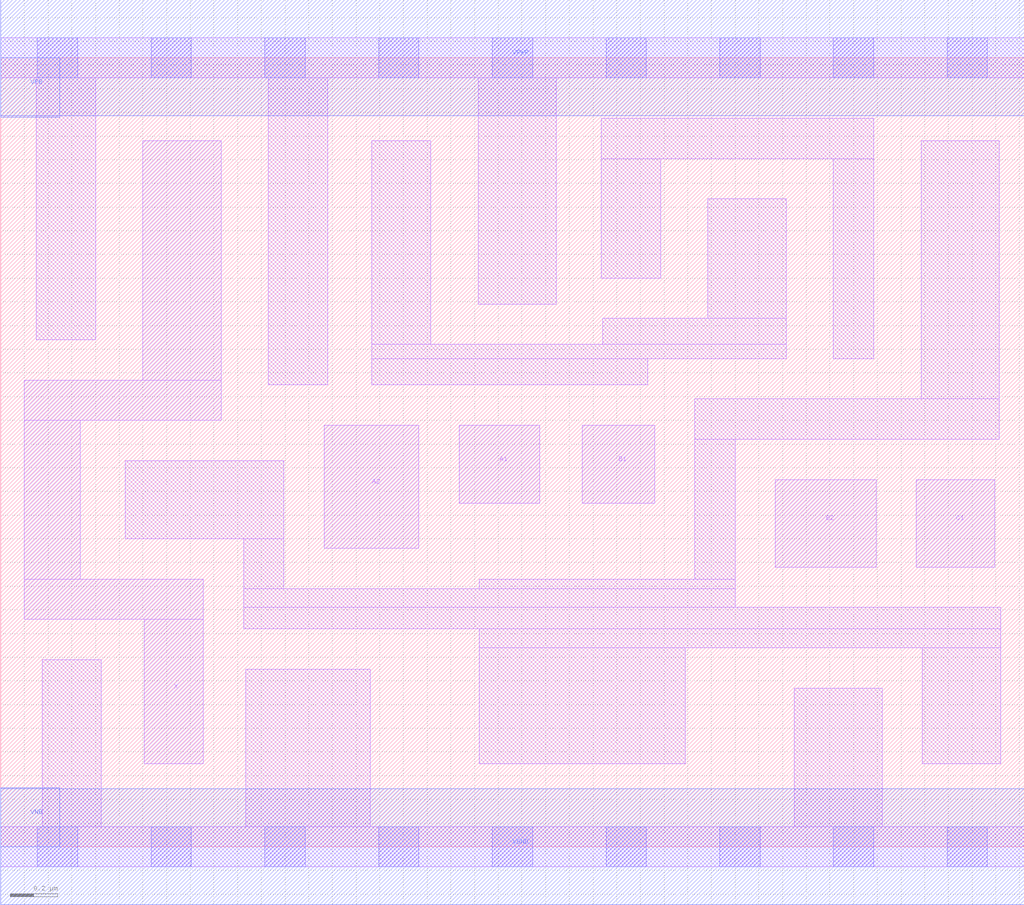
<source format=lef>
# Copyright 2020 The SkyWater PDK Authors
#
# Licensed under the Apache License, Version 2.0 (the "License");
# you may not use this file except in compliance with the License.
# You may obtain a copy of the License at
#
#     https://www.apache.org/licenses/LICENSE-2.0
#
# Unless required by applicable law or agreed to in writing, software
# distributed under the License is distributed on an "AS IS" BASIS,
# WITHOUT WARRANTIES OR CONDITIONS OF ANY KIND, either express or implied.
# See the License for the specific language governing permissions and
# limitations under the License.
#
# SPDX-License-Identifier: Apache-2.0

VERSION 5.5 ;
NAMESCASESENSITIVE ON ;
BUSBITCHARS "[]" ;
DIVIDERCHAR "/" ;
MACRO sky130_fd_sc_ms__a221o_2
  CLASS CORE ;
  SOURCE USER ;
  ORIGIN  0.000000  0.000000 ;
  SIZE  4.320000 BY  3.330000 ;
  SYMMETRY X Y ;
  SITE unit ;
  PIN A1
    ANTENNAGATEAREA  0.261000 ;
    DIRECTION INPUT ;
    USE SIGNAL ;
    PORT
      LAYER li1 ;
        RECT 1.935000 1.450000 2.275000 1.780000 ;
    END
  END A1
  PIN A2
    ANTENNAGATEAREA  0.261000 ;
    DIRECTION INPUT ;
    USE SIGNAL ;
    PORT
      LAYER li1 ;
        RECT 1.365000 1.260000 1.765000 1.780000 ;
    END
  END A2
  PIN B1
    ANTENNAGATEAREA  0.261000 ;
    DIRECTION INPUT ;
    USE SIGNAL ;
    PORT
      LAYER li1 ;
        RECT 2.455000 1.450000 2.760000 1.780000 ;
    END
  END B1
  PIN B2
    ANTENNAGATEAREA  0.261000 ;
    DIRECTION INPUT ;
    USE SIGNAL ;
    PORT
      LAYER li1 ;
        RECT 3.270000 1.180000 3.695000 1.550000 ;
    END
  END B2
  PIN C1
    ANTENNAGATEAREA  0.261000 ;
    DIRECTION INPUT ;
    USE SIGNAL ;
    PORT
      LAYER li1 ;
        RECT 3.865000 1.180000 4.195000 1.550000 ;
    END
  END C1
  PIN X
    ANTENNADIFFAREA  0.543200 ;
    DIRECTION OUTPUT ;
    USE SIGNAL ;
    PORT
      LAYER li1 ;
        RECT 0.100000 0.960000 0.855000 1.130000 ;
        RECT 0.100000 1.130000 0.335000 1.800000 ;
        RECT 0.100000 1.800000 0.930000 1.970000 ;
        RECT 0.600000 1.970000 0.930000 2.980000 ;
        RECT 0.605000 0.350000 0.855000 0.960000 ;
    END
  END X
  PIN VGND
    DIRECTION INOUT ;
    USE GROUND ;
    PORT
      LAYER met1 ;
        RECT 0.000000 -0.245000 4.320000 0.245000 ;
    END
  END VGND
  PIN VNB
    DIRECTION INOUT ;
    USE GROUND ;
    PORT
      LAYER met1 ;
        RECT 0.000000 0.000000 0.250000 0.250000 ;
    END
  END VNB
  PIN VPB
    DIRECTION INOUT ;
    USE POWER ;
    PORT
      LAYER met1 ;
        RECT 0.000000 3.080000 0.250000 3.330000 ;
    END
  END VPB
  PIN VPWR
    DIRECTION INOUT ;
    USE POWER ;
    PORT
      LAYER met1 ;
        RECT 0.000000 3.085000 4.320000 3.575000 ;
    END
  END VPWR
  OBS
    LAYER li1 ;
      RECT 0.000000 -0.085000 4.320000 0.085000 ;
      RECT 0.000000  3.245000 4.320000 3.415000 ;
      RECT 0.150000  2.140000 0.400000 3.245000 ;
      RECT 0.175000  0.085000 0.425000 0.790000 ;
      RECT 0.525000  1.300000 1.195000 1.630000 ;
      RECT 1.025000  0.920000 4.220000 1.010000 ;
      RECT 1.025000  1.010000 3.100000 1.090000 ;
      RECT 1.025000  1.090000 1.195000 1.300000 ;
      RECT 1.035000  0.085000 1.560000 0.750000 ;
      RECT 1.130000  1.950000 1.380000 3.245000 ;
      RECT 1.565000  1.950000 2.730000 2.060000 ;
      RECT 1.565000  2.060000 3.315000 2.120000 ;
      RECT 1.565000  2.120000 1.815000 2.980000 ;
      RECT 2.015000  2.290000 2.345000 3.245000 ;
      RECT 2.020000  0.350000 2.890000 0.840000 ;
      RECT 2.020000  0.840000 4.220000 0.920000 ;
      RECT 2.020000  1.090000 3.100000 1.130000 ;
      RECT 2.535000  2.400000 2.785000 2.905000 ;
      RECT 2.535000  2.905000 3.685000 3.075000 ;
      RECT 2.540000  2.120000 3.315000 2.230000 ;
      RECT 2.930000  1.130000 3.100000 1.720000 ;
      RECT 2.930000  1.720000 4.215000 1.890000 ;
      RECT 2.985000  2.230000 3.315000 2.735000 ;
      RECT 3.350000  0.085000 3.720000 0.670000 ;
      RECT 3.515000  2.060000 3.685000 2.905000 ;
      RECT 3.885000  1.890000 4.215000 2.980000 ;
      RECT 3.890000  0.350000 4.220000 0.840000 ;
    LAYER mcon ;
      RECT 0.155000 -0.085000 0.325000 0.085000 ;
      RECT 0.155000  3.245000 0.325000 3.415000 ;
      RECT 0.635000 -0.085000 0.805000 0.085000 ;
      RECT 0.635000  3.245000 0.805000 3.415000 ;
      RECT 1.115000 -0.085000 1.285000 0.085000 ;
      RECT 1.115000  3.245000 1.285000 3.415000 ;
      RECT 1.595000 -0.085000 1.765000 0.085000 ;
      RECT 1.595000  3.245000 1.765000 3.415000 ;
      RECT 2.075000 -0.085000 2.245000 0.085000 ;
      RECT 2.075000  3.245000 2.245000 3.415000 ;
      RECT 2.555000 -0.085000 2.725000 0.085000 ;
      RECT 2.555000  3.245000 2.725000 3.415000 ;
      RECT 3.035000 -0.085000 3.205000 0.085000 ;
      RECT 3.035000  3.245000 3.205000 3.415000 ;
      RECT 3.515000 -0.085000 3.685000 0.085000 ;
      RECT 3.515000  3.245000 3.685000 3.415000 ;
      RECT 3.995000 -0.085000 4.165000 0.085000 ;
      RECT 3.995000  3.245000 4.165000 3.415000 ;
  END
END sky130_fd_sc_ms__a221o_2

</source>
